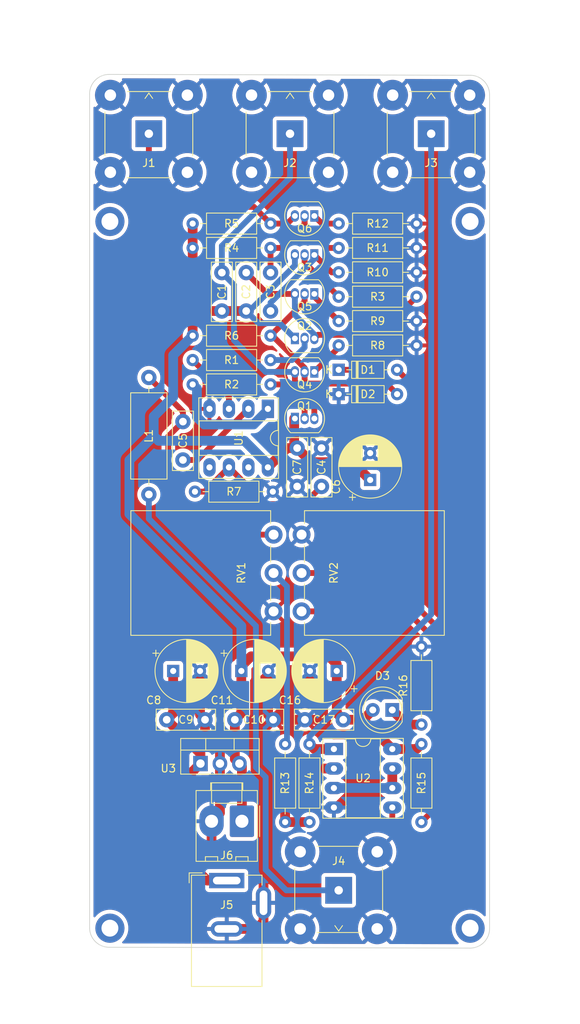
<source format=kicad_pcb>
(kicad_pcb (version 20211014) (generator pcbnew)
  (title_block (title "Enter Title On Page Setting Dialog") (rev "1") (company "Ashton Johnson"))
  (layers (0 "F.Cu" signal) (31 "B.Cu" signal) (35 "F.Paste" user) (37 "F.SilkS" user "F.Silkscreen") (39 "F.Mask" user) (44 "Edge.Cuts" user))
  (net 0 "")
  (net 1 "Y")
  (net 2 "+9V")
  (net 3 "Net-(C2-Pad1)")
  (net 4 "Net-(C3-Pad1)")
  (net 5 "Net-(C3-Pad2)")
  (net 6 "GND")
  (net 7 "Net-(C4-Pad2)")
  (net 8 "Net-(C5-Pad1)")
  (net 9 "COMP_VIDEO_IN")
  (net 10 "Net-(D1-Pad1)")
  (net 11 "Net-(D1-Pad2)")
  (net 12 "X")
  (net 13 "Z")
  (net 14 "Net-(Q1-Pad2)")
  (net 15 "Net-(Q2-Pad2)")
  (net 16 "Net-(Q3-Pad2)")
  (net 17 "Net-(Q4-Pad1)")
  (net 18 "Net-(Q5-Pad1)")
  (net 19 "Net-(Q6-Pad1)")
  (net 20 "Net-(R1-Pad2)")
  (net 21 "Net-(R2-Pad1)")
  (net 22 "Net-(R13-Pad1)")
  (net 23 "Net-(R13-Pad2)")
  (net 24 "Net-(R15-Pad2)")
  (net 25 "Net-(RV2-Pad2)")
  (net 28 "Net-(U2-Pad3)")
  (net 29 "Net-(D3-Pad1)")
  (net 30 "Net-(C5-Pad2)")
  (net 31 "+VDC")
  (footprint "Package_TO_SOT_THT:TO-92_Inline" (layer "F.Cu") (at 127.46 99.365)
    (fp_text reference "Q2" (at 1.27 -1.63) (layer "F.SilkS"))
    (fp_text value "2N3906")
    (pad "1" thru_hole rect (at 0 0) (size 1.05 1.5) (drill 0.75) (layers *.Cu *.Mask) (net 2 "+9V"))
    (pad "2" thru_hole oval (at 1.27 0) (size 1.05 1.5) (drill 0.75) (layers *.Cu *.Mask) (net 15 "Net-(Q2-Pad2)"))
    (pad "3" thru_hole oval (at 2.54 0) (size 1.05 1.5) (drill 0.75) (layers *.Cu *.Mask) (net 3 "Net-(C2-Pad1)"))
  )
  (footprint "Resistor_THT:R_Axial_DIN0207_L6.3mm_D2.5mm_P10.16mm_Horizontal" (layer "F.Cu") (at 114.125 84.4)
    (fp_text reference "R5" (at 5.08 0) (layer "F.SilkS"))
    (fp_text value "2.2k")
    (pad "1" thru_hole circle (at 0 0) (size 1.6 1.6) (drill 0.8) (layers *.Cu *.Mask) (net 2 "+9V"))
    (pad "2" thru_hole oval (at 10.16 0) (size 1.6 1.6) (drill 0.8) (layers *.Cu *.Mask) (net 12 "X"))
  )
  (footprint "Capacitor_THT:CP_Radial_D8.0mm_P3.50mm" (layer "F.Cu") (at 137.2825 117.802651 90)
    (fp_text reference "C6" (at -0.887349 -4.445 90) (layer "F.SilkS"))
    (fp_text value "10u")
    (pad "1" thru_hole rect (at 0 0 90) (size 1.6 1.6) (drill 0.8) (layers *.Cu *.Mask) (net 2 "+9V"))
    (pad "2" thru_hole circle (at 3.5 0 90) (size 1.6 1.6) (drill 0.8) (layers *.Cu *.Mask) (net 6 "GND"))
  )
  (footprint "Diode_THT:D_DO-35_SOD27_P7.62mm_Horizontal" (layer "F.Cu") (at 133.175 103.45)
    (fp_text reference "D1" (at 3.81 0) (layer "F.SilkS"))
    (fp_text value "1N4148")
    (fp_text user "K" (at -1.27 0) (layer "F.SilkS"))
    (pad "1" thru_hole rect (at 0 0) (size 1.6 1.6) (drill 0.8) (layers *.Cu *.Mask) (net 10 "Net-(D1-Pad1)"))
    (pad "2" thru_hole oval (at 7.62 0) (size 1.6 1.6) (drill 0.8) (layers *.Cu *.Mask) (net 11 "Net-(D1-Pad2)"))
  )
  (footprint "Diode_THT:D_DO-35_SOD27_P7.62mm_Horizontal" (layer "F.Cu") (at 133.175 106.625)
    (fp_text reference "D2" (at 3.81 0) (layer "F.SilkS"))
    (fp_text value "1N4148")
    (fp_text user "K" (at -1.27 0) (layer "F.SilkS"))
    (pad "1" thru_hole rect (at 0 0) (size 1.6 1.6) (drill 0.8) (layers *.Cu *.Mask) (net 6 "GND"))
    (pad "2" thru_hole oval (at 7.62 0) (size 1.6 1.6) (drill 0.8) (layers *.Cu *.Mask) (net 10 "Net-(D1-Pad1)"))
  )
  (footprint "Capacitor_THT:C_Disc_D7.5mm_W2.5mm_P5.00mm" (layer "F.Cu") (at 119.627651 149.04)
    (fp_text reference "C10" (at 2.5 0) (layer "F.SilkS"))
    (fp_text value "0.1u")
    (pad "1" thru_hole circle (at 0 0) (size 2 2) (drill 1) (layers *.Cu *.Mask) (net 2 "+9V"))
    (pad "2" thru_hole circle (at 5 0) (size 2 2) (drill 1) (layers *.Cu *.Mask) (net 6 "GND"))
  )
  (footprint "Package_TO_SOT_THT:TO-92_Inline" (layer "F.Cu") (at 130 93.565 180)
    (fp_text reference "Q5" (at 1.27 -1.63) (layer "F.SilkS"))
    (fp_text value "2N3904")
    (pad "1" thru_hole rect (at 0 0 180) (size 1.05 1.5) (drill 0.75) (layers *.Cu *.Mask) (net 18 "Net-(Q5-Pad1)"))
    (pad "2" thru_hole oval (at 1.27 0 180) (size 1.05 1.5) (drill 0.75) (layers *.Cu *.Mask) (net 11 "Net-(D1-Pad2)"))
    (pad "3" thru_hole oval (at 2.54 0 180) (size 1.05 1.5) (drill 0.75) (layers *.Cu *.Mask) (net 3 "Net-(C2-Pad1)"))
  )
  (footprint "Capacitor_THT:CP_Radial_D8.0mm_P3.50mm" (layer "F.Cu") (at 120.475 142.69)
    (fp_text reference "C11" (at -2.54 3.81) (layer "F.SilkS"))
    (fp_text value "10u")
    (pad "1" thru_hole rect (at 0 0) (size 1.6 1.6) (drill 0.8) (layers *.Cu *.Mask) (net 2 "+9V"))
    (pad "2" thru_hole circle (at 3.5 0) (size 1.6 1.6) (drill 0.8) (layers *.Cu *.Mask) (net 6 "GND"))
  )
  (footprint "Package_TO_SOT_THT:TO-92_Inline" (layer "F.Cu") (at 130 83.405 180)
    (fp_text reference "Q6" (at 1.27 -1.63) (layer "F.SilkS"))
    (fp_text value "2N3904")
    (pad "1" thru_hole rect (at 0 0 180) (size 1.05 1.5) (drill 0.75) (layers *.Cu *.Mask) (net 19 "Net-(Q6-Pad1)"))
    (pad "2" thru_hole oval (at 1.27 0 180) (size 1.05 1.5) (drill 0.75) (layers *.Cu *.Mask) (net 5 "Net-(C3-Pad2)"))
    (pad "3" thru_hole oval (at 2.54 0 180) (size 1.05 1.5) (drill 0.75) (layers *.Cu *.Mask) (net 12 "X"))
  )
  (footprint "MountingHole:MountingHole_2.2mm_M2_DIN965_Pad" (layer "F.Cu") (at 150.32 176.2)
    (fp_text reference "REF**" hide)
    (fp_text value "MountingHole_2.2mm_M2_DIN965_Pad")
    (pad "1" thru_hole circle (at 0 0) (size 3.8 3.8) (drill 2.2) (layers *.Cu *.Mask))
  )
  (footprint "Resistor_THT:R_Axial_DIN0207_L6.3mm_D2.5mm_P10.16mm_Horizontal" (layer "F.Cu") (at 124.5825 119.325 180)
    (fp_text reference "R7" (at 5.08 0) (layer "F.SilkS"))
    (fp_text value "680k")
    (pad "1" thru_hole circle (at 0 0 180) (size 1.6 1.6) (drill 0.8) (layers *.Cu *.Mask) (net 6 "GND"))
    (pad "2" thru_hole oval (at 10.16 0 180) (size 1.6 1.6) (drill 0.8) (layers *.Cu *.Mask) (net 7 "Net-(C4-Pad2)"))
  )
  (footprint "Package_DIP:DIP-8_W7.62mm_Socket_LongPads" (layer "F.Cu") (at 123.9375 108.54 -90)
    (fp_text reference "U1" (at 3.81 3.8 90) (layer "F.SilkS"))
    (fp_text value "LM1881")
    (pad "1" thru_hole rect (at 0 0 270) (size 2.4 1.6) (drill 0.8) (layers *.Cu *.Mask) (net 21 "Net-(R2-Pad1)"))
    (pad "2" thru_hole oval (at 0 2.54 270) (size 2.4 1.6) (drill 0.8) (layers *.Cu *.Mask) (net 8 "Net-(C5-Pad1)"))
    (pad "3" thru_hole oval (at 0 5.08 270) (size 2.4 1.6) (drill 0.8) (layers *.Cu *.Mask) (net 20 "Net-(R1-Pad2)"))
    (pad "4" thru_hole oval (at 0 7.62 270) (size 2.4 1.6) (drill 0.8) (layers *.Cu *.Mask) (net 6 "GND"))
    (pad "5" thru_hole oval (at 7.62 7.62 270) (size 2.4 1.6) (drill 0.8) (layers *.Cu *.Mask))
    (pad "6" thru_hole oval (at 7.62 5.08 270) (size 2.4 1.6) (drill 0.8) (layers *.Cu *.Mask) (net 7 "Net-(C4-Pad2)"))
    (pad "7" thru_hole oval (at 7.62 2.54 270) (size 2.4 1.6) (drill 0.8) (layers *.Cu *.Mask))
    (pad "8" thru_hole oval (at 7.62 0 270) (size 2.4 1.6) (drill 0.8) (layers *.Cu *.Mask) (net 2 "+9V"))
  )
  (footprint "Capacitor_THT:C_Disc_D7.5mm_W2.5mm_P5.00mm" (layer "F.Cu") (at 121.11 90.79 -90)
    (fp_text reference "C2" (at 2.5 0 90) (layer "F.SilkS"))
    (fp_text value "22n")
    (pad "1" thru_hole circle (at 0 0 270) (size 2 2) (drill 1) (layers *.Cu *.Mask) (net 3 "Net-(C2-Pad1)"))
    (pad "2" thru_hole circle (at 5 0 270) (size 2 2) (drill 1) (layers *.Cu *.Mask) (net 2 "+9V"))
  )
  (footprint "Capacitor_THT:C_Disc_D7.5mm_W2.5mm_P5.00mm" (layer "F.Cu") (at 112.855 115.2 90)
    (fp_text reference "C5" (at 2.5 0 90) (layer "F.SilkS"))
    (fp_text value "10n")
    (pad "1" thru_hole circle (at 0 0 90) (size 2 2) (drill 1) (layers *.Cu *.Mask) (net 8 "Net-(C5-Pad1)"))
    (pad "2" thru_hole circle (at 5 0 90) (size 2 2) (drill 1) (layers *.Cu *.Mask) (net 30 "Net-(C5-Pad2)"))
  )
  (footprint "Potentiometer_THT:Potentiometer_Piher_PC-16_Single_Vertical" (layer "F.Cu") (at 128.335 134.925)
    (fp_text reference "RV2" (at 4.205 -5 90) (layer "F.SilkS"))
    (fp_text value "10k")
    (pad "1" thru_hole circle (at 0 0) (size 2.34 2.34) (drill 1.3) (layers *.Cu *.Mask) (net 24 "Net-(R15-Pad2)"))
    (pad "2" thru_hole circle (at 0 -5) (size 2.34 2.34) (drill 1.3) (layers *.Cu *.Mask) (net 25 "Net-(RV2-Pad2)"))
    (pad "3" thru_hole circle (at 0 -10) (size 2.34 2.34) (drill 1.3) (layers *.Cu *.Mask) (net 6 "GND"))
  )
  (footprint "Connector_Coaxial:BNC_TEConnectivity_1478035_Horizontal" (layer "F.Cu") (at 108.41 72.695)
    (fp_text reference "J1" (at 0 3.81) (layer "F.SilkS"))
    (fp_text value "Conn_Coaxial_Power")
    (pad "1" thru_hole rect (at 0 0) (size 3.5 3.5) (drill 1.1) (layers *.Cu *.Mask) (net 12 "X"))
    (pad "2" thru_hole circle (at 5.025 5.025) (size 4 4) (drill 1.5) (layers *.Cu *.Mask) (net 6 "GND"))
    (pad "2" thru_hole circle (at 5.025 -5.025) (size 4 4) (drill 1.5) (layers *.Cu *.Mask) (net 6 "GND"))
    (pad "2" thru_hole circle (at -5.025 5.025) (size 4 4) (drill 1.5) (layers *.Cu *.Mask) (net 6 "GND"))
    (pad "2" thru_hole circle (at -5.025 -5.025) (size 4 4) (drill 1.5) (layers *.Cu *.Mask) (net 6 "GND"))
  )
  (footprint "Resistor_THT:R_Axial_DIN0207_L6.3mm_D2.5mm_P10.16mm_Horizontal" (layer "F.Cu") (at 114.125 105.355)
    (fp_text reference "R2" (at 5.08 0) (layer "F.SilkS"))
    (fp_text value "6.8k")
    (pad "1" thru_hole circle (at 0 0) (size 1.6 1.6) (drill 0.8) (layers *.Cu *.Mask) (net 21 "Net-(R2-Pad1)"))
    (pad "2" thru_hole oval (at 10.16 0) (size 1.6 1.6) (drill 0.8) (layers *.Cu *.Mask) (net 14 "Net-(Q1-Pad2)"))
  )
  (footprint "MountingHole:MountingHole_2.2mm_M2_DIN965_Pad" (layer "F.Cu") (at 150.32 84.125)
    (fp_text reference "REF**" hide)
    (fp_text value "MountingHole_2.2mm_M2_DIN965_Pad")
    (pad "1" thru_hole circle (at 0 0) (size 3.8 3.8) (drill 2.2) (layers *.Cu *.Mask))
  )
  (footprint "Resistor_THT:R_Axial_DIN0207_L6.3mm_D2.5mm_P10.16mm_Horizontal" (layer "F.Cu") (at 126.19 152.215 -90)
    (fp_text reference "R13" (at 5.08 0 90) (layer "F.SilkS"))
    (fp_text value "2.2k")
    (pad "1" thru_hole circle (at 0 0 270) (size 1.6 1.6) (drill 0.8) (layers *.Cu *.Mask) (net 22 "Net-(R13-Pad1)"))
    (pad "2" thru_hole oval (at 10.16 0 270) (size 1.6 1.6) (drill 0.8) (layers *.Cu *.Mask) (net 23 "Net-(R13-Pad2)"))
  )
  (footprint "Resistor_THT:R_Axial_DIN0207_L6.3mm_D2.5mm_P10.16mm_Horizontal" (layer "F.Cu") (at 133.175 84.4)
    (fp_text reference "R12" (at 5.08 0) (layer "F.SilkS"))
    (fp_text value "2.2k")
    (pad "1" thru_hole circle (at 0 0) (size 1.6 1.6) (drill 0.8) (layers *.Cu *.Mask) (net 19 "Net-(Q6-Pad1)"))
    (pad "2" thru_hole oval (at 10.16 0) (size 1.6 1.6) (drill 0.8) (layers *.Cu *.Mask) (net 6 "GND"))
  )
  (footprint "Resistor_THT:R_Axial_DIN0207_L6.3mm_D2.5mm_P10.16mm_Horizontal" (layer "F.Cu") (at 133.175 97.1)
    (fp_text reference "R9" (at 5.08 0) (layer "F.SilkS"))
    (fp_text value "680")
    (pad "1" thru_hole circle (at 0 0) (size 1.6 1.6) (drill 0.8) (layers *.Cu *.Mask) (net 18 "Net-(Q5-Pad1)"))
    (pad "2" thru_hole oval (at 10.16 0) (size 1.6 1.6) (drill 0.8) (layers *.Cu *.Mask) (net 6 "GND"))
  )
  (footprint "Capacitor_THT:C_Disc_D7.5mm_W2.5mm_P5.00mm" (layer "F.Cu") (at 124.285 95.79 90)
    (fp_text reference "C3" (at 2.5 0 90) (layer "F.SilkS"))
    (fp_text value "0.1u")
    (pad "1" thru_hole circle (at 0 0 90) (size 2 2) (drill 1) (layers *.Cu *.Mask) (net 4 "Net-(C3-Pad1)"))
    (pad "2" thru_hole circle (at 5 0 90) (size 2 2) (drill 1) (layers *.Cu *.Mask) (net 5 "Net-(C3-Pad2)"))
  )
  (footprint "Potentiometer_THT:Potentiometer_Piher_PC-16_Single_Vertical" (layer "F.Cu") (at 124.68 124.925 180)
    (fp_text reference "RV1" (at 4.205 -5 90) (layer "F.SilkS"))
    (fp_text value "1k")
    (pad "1" thru_hole circle (at 0 0 180) (size 2.34 2.34) (drill 1.3) (layers *.Cu *.Mask) (net 30 "Net-(C5-Pad2)"))
    (pad "2" thru_hole circle (at 0 -5 180) (size 2.34 2.34) (drill 1.3) (layers *.Cu *.Mask) (net 22 "Net-(R13-Pad1)"))
    (pad "3" thru_hole circle (at 0 -10 180) (size 2.34 2.34) (drill 1.3) (layers *.Cu *.Mask) (net 6 "GND"))
  )
  (footprint "MountingHole:MountingHole_2.2mm_M2_DIN965_Pad" (layer "F.Cu") (at 103.33 84.125)
    (fp_text reference "REF**" hide)
    (fp_text value "MountingHole_2.2mm_M2_DIN965_Pad")
    (pad "1" thru_hole circle (at 0 0) (size 3.8 3.8) (drill 2.2) (layers *.Cu *.Mask))
  )
  (footprint "Capacitor_THT:C_Disc_D7.5mm_W2.5mm_P5.00mm" (layer "F.Cu") (at 130.9325 113.65 -90)
    (fp_text reference "C4" (at 2.5 0 90) (layer "F.SilkS"))
    (fp_text value "0.1u")
    (pad "1" thru_hole circle (at 0 0 270) (size 2 2) (drill 1) (layers *.Cu *.Mask) (net 6 "GND"))
    (pad "2" thru_hole circle (at 5 0 270) (size 2 2) (drill 1) (layers *.Cu *.Mask) (net 7 "Net-(C4-Pad2)"))
  )
  (footprint "Resistor_THT:R_Axial_DIN0207_L6.3mm_D2.5mm_P10.16mm_Horizontal" (layer "F.Cu") (at 114.125 99.005)
    (fp_text reference "R6" (at 5.08 0) (layer "F.SilkS"))
    (fp_text value "3.3k")
    (pad "1" thru_hole circle (at 0 0) (size 1.6 1.6) (drill 0.8) (layers *.Cu *.Mask) (net 2 "+9V"))
    (pad "2" thru_hole oval (at 10.16 0) (size 1.6 1.6) (drill 0.8) (layers *.Cu *.Mask) (net 11 "Net-(D1-Pad2)"))
  )
  (footprint "Capacitor_THT:C_Disc_D7.5mm_W2.5mm_P5.00mm" (layer "F.Cu") (at 127.7575 113.65 -90)
    (fp_text reference "C7" (at 2.5 0 90) (layer "F.SilkS"))
    (fp_text value "0.1u")
    (pad "1" thru_hole circle (at 0 0 270) (size 2 2) (drill 1) (layers *.Cu *.Mask) (net 2 "+9V"))
    (pad "2" thru_hole circle (at 5 0 270) (size 2 2) (drill 1) (layers *.Cu *.Mask) (net 6 "GND"))
  )
  (footprint "Connector_Coaxial:BNC_TEConnectivity_1478035_Horizontal" (layer "F.Cu") (at 133.175 171.265 180)
    (fp_text reference "J4" (at 0 3.81) (layer "F.SilkS"))
    (fp_text value "Conn_Coaxial_Power")
    (pad "1" thru_hole rect (at 0 0 180) (size 3.5 3.5) (drill 1.1) (layers *.Cu *.Mask) (net 9 "COMP_VIDEO_IN"))
    (pad "2" thru_hole circle (at 5.025 -5.025 180) (size 4 4) (drill 1.5) (layers *.Cu *.Mask) (net 6 "GND"))
    (pad "2" thru_hole circle (at 5.025 5.025 180) (size 4 4) (drill 1.5) (layers *.Cu *.Mask) (net 6 "GND"))
    (pad "2" thru_hole circle (at -5.025 5.025 180) (size 4 4) (drill 1.5) (layers *.Cu *.Mask) (net 6 "GND"))
    (pad "2" thru_hole circle (at -5.025 -5.025 180) (size 4 4) (drill 1.5) (layers *.Cu *.Mask) (net 6 "GND"))
  )
  (footprint "Package_TO_SOT_THT:TO-92_Inline" (layer "F.Cu") (at 127.46 109.8)
    (fp_text reference "Q1" (at 1.27 -1.63) (layer "F.SilkS"))
    (fp_text value "2N3906")
    (pad "1" thru_hole rect (at 0 0) (size 1.05 1.5) (drill 0.75) (layers *.Cu *.Mask) (net 2 "+9V"))
    (pad "2" thru_hole oval (at 1.27 0) (size 1.05 1.5) (drill 0.75) (layers *.Cu *.Mask) (net 14 "Net-(Q1-Pad2)"))
    (pad "3" thru_hole oval (at 2.54 0) (size 1.05 1.5) (drill 0.75) (layers *.Cu *.Mask) (net 1 "Y"))
  )
  (footprint "Resistor_THT:R_Axial_DIN0207_L6.3mm_D2.5mm_P10.16mm_Horizontal" (layer "F.Cu") (at 133.175 90.75)
    (fp_text reference "R10" (at 5.08 0) (layer "F.SilkS"))
    (fp_text value "3.3k")
    (pad "1" thru_hole circle (at 0 0) (size 1.6 1.6) (drill 0.8) (layers *.Cu *.Mask) (net 4 "Net-(C3-Pad1)"))
    (pad "2" thru_hole oval (at 10.16 0) (size 1.6 1.6) (drill 0.8) (layers *.Cu *.Mask) (net 6 "GND"))
  )
  (footprint "Connector_Coaxial:BNC_TEConnectivity_1478035_Horizontal" (layer "F.Cu") (at 145.24 72.695)
    (fp_text reference "J3" (at 0 3.81) (layer "F.SilkS"))
    (fp_text value "Conn_Coaxial_Power")
    (pad "1" thru_hole rect (at 0 0) (size 3.5 3.5) (drill 1.1) (layers *.Cu *.Mask) (net 13 "Z"))
    (pad "2" thru_hole circle (at 5.025 5.025) (size 4 4) (drill 1.5) (layers *.Cu *.Mask) (net 6 "GND"))
    (pad "2" thru_hole circle (at 5.025 -5.025) (size 4 4) (drill 1.5) (layers *.Cu *.Mask) (net 6 "GND"))
    (pad "2" thru_hole circle (at -5.025 5.025) (size 4 4) (drill 1.5) (layers *.Cu *.Mask) (net 6 "GND"))
    (pad "2" thru_hole circle (at -5.025 -5.025) (size 4 4) (drill 1.5) (layers *.Cu *.Mask) (net 6 "GND"))
  )
  (footprint "MountingHole:MountingHole_2.2mm_M2_DIN965_Pad" (layer "F.Cu") (at 103.33 176.2)
    (fp_text reference "REF**" hide)
    (fp_text value "MountingHole_2.2mm_M2_DIN965_Pad")
    (pad "1" thru_hole circle (at 0 0) (size 3.8 3.8) (drill 2.2) (layers *.Cu *.Mask))
  )
  (footprint "Connector_Coaxial:BNC_TEConnectivity_1478035_Horizontal" (layer "F.Cu") (at 126.825 72.695)
    (fp_text reference "J2" (at 0 3.81) (layer "F.SilkS"))
    (fp_text value "Conn_Coaxial_Power")
    (pad "1" thru_hole rect (at 0 0) (size 3.5 3.5) (drill 1.1) (layers *.Cu *.Mask) (net 1 "Y"))
    (pad "2" thru_hole circle (at -5.025 5.025) (size 4 4) (drill 1.5) (layers *.Cu *.Mask) (net 6 "GND"))
    (pad "2" thru_hole circle (at 5.025 5.025) (size 4 4) (drill 1.5) (layers *.Cu *.Mask) (net 6 "GND"))
    (pad "2" thru_hole circle (at -5.025 -5.025) (size 4 4) (drill 1.5) (layers *.Cu *.Mask) (net 6 "GND"))
    (pad "2" thru_hole circle (at 5.025 -5.025) (size 4 4) (drill 1.5) (layers *.Cu *.Mask) (net 6 "GND"))
  )
  (footprint "Resistor_THT:R_Axial_DIN0207_L6.3mm_D2.5mm_P10.16mm_Horizontal" (layer "F.Cu") (at 133.175 87.575)
    (fp_text reference "R11" (at 5.08 0) (layer "F.SilkS"))
    (fp_text value "3.3k")
    (pad "1" thru_hole circle (at 0 0) (size 1.6 1.6) (drill 0.8) (layers *.Cu *.Mask) (net 5 "Net-(C3-Pad2)"))
    (pad "2" thru_hole oval (at 10.16 0) (size 1.6 1.6) (drill 0.8) (layers *.Cu *.Mask) (net 6 "GND"))
  )
  (footprint "Capacitor_THT:C_Disc_D7.5mm_W2.5mm_P5.00mm" (layer "F.Cu") (at 117.935 90.79 -90)
    (fp_text reference "C1" (at 2.5 0 90) (layer "F.SilkS"))
    (fp_text value "100n")
    (pad "1" thru_hole circle (at 0 0 270) (size 2 2) (drill 1) (layers *.Cu *.Mask) (net 1 "Y"))
    (pad "2" thru_hole circle (at 5 0 270) (size 2 2) (drill 1) (layers *.Cu *.Mask) (net 2 "+9V"))
  )
  (footprint "Connector_BarrelJack:BarrelJack_GCT_DCJ200-10-A_Horizontal" (layer "F.Cu") (at 118.57 169.995)
    (fp_text reference "J5" (at 0 3.175) (layer "F.SilkS"))
    (fp_text value "Barrel_Jack_Switch")
    (pad "1" thru_hole rect (at 0 0) (size 4.6 2) (drill oval 3.6 1) (layers *.Cu *.Mask) (net 31 "+VDC"))
    (pad "2" thru_hole oval (at 0 6.3) (size 4.2 2) (drill oval 3.2 1) (layers *.Cu *.Mask) (net 6 "GND"))
    (pad "3" thru_hole oval (at 4.8 2.9) (size 2 4.2) (drill oval 1 3.2) (layers *.Cu *.Mask) (net 6 "GND"))
  )
  (footprint "Capacitor_THT:C_Disc_D7.5mm_W2.5mm_P5.00mm" (layer "F.Cu") (at 110.737651 149.04)
    (fp_text reference "C9" (at 2.5 0) (layer "F.SilkS"))
    (fp_text value "0.33u")
    (pad "1" thru_hole circle (at 0 0) (size 2 2) (drill 1) (layers *.Cu *.Mask) (net 31 "+VDC"))
    (pad "2" thru_hole circle (at 5 0) (size 2 2) (drill 1) (layers *.Cu *.Mask) (net 6 "GND"))
  )
  (footprint "Resistor_THT:R_Axial_DIN0207_L6.3mm_D2.5mm_P10.16mm_Horizontal" (layer "F.Cu") (at 143.97 149.675 90)
    (fp_text reference "R16" (at 5.08 -2.37 90) (layer "F.SilkS"))
    (fp_text value "2.4k")
    (pad "1" thru_hole circle (at 0 0 90) (size 1.6 1.6) (drill 0.8) (layers *.Cu *.Mask) (net 29 "Net-(D3-Pad1)"))
    (pad "2" thru_hole oval (at 10.16 0 90) (size 1.6 1.6) (drill 0.8) (layers *.Cu *.Mask) (net 6 "GND"))
  )
  (footprint "Package_TO_SOT_THT:TO-92_Inline" (layer "F.Cu") (at 130 103.725 180)
    (fp_text reference "Q4" (at 1.27 -1.63) (layer "F.SilkS"))
    (fp_text value "2N3904")
    (pad "1" thru_hole rect (at 0 0 180) (size 1.05 1.5) (drill 0.75) (layers *.Cu *.Mask) (net 17 "Net-(Q4-Pad1)"))
    (pad "2" thru_hole oval (at 1.27 0 180) (size 1.05 1.5) (drill 0.75) (layers *.Cu *.Mask) (net 11 "Net-(D1-Pad2)"))
    (pad "3" thru_hole oval (at 2.54 0 180) (size 1.05 1.5) (drill 0.75) (layers *.Cu *.Mask) (net 1 "Y"))
  )
  (footprint "Package_TO_SOT_THT:TO-92_Inline" (layer "F.Cu") (at 130 88.485 180)
    (fp_text reference "Q3" (at 1.27 -1.63) (layer "F.SilkS"))
    (fp_text value "2N3904")
    (pad "1" thru_hole rect (at 0 0 180) (size 1.05 1.5) (drill 0.75) (layers *.Cu *.Mask) (net 4 "Net-(C3-Pad1)"))
    (pad "2" thru_hole oval (at 1.27 0 180) (size 1.05 1.5) (drill 0.75) (layers *.Cu *.Mask) (net 16 "Net-(Q3-Pad2)"))
    (pad "3" thru_hole oval (at 2.54 0 180) (size 1.05 1.5) (drill 0.75) (layers *.Cu *.Mask) (net 2 "+9V"))
  )
  (footprint "Resistor_THT:R_Axial_DIN0207_L6.3mm_D2.5mm_P10.16mm_Horizontal" (layer "F.Cu") (at 143.97 152.215 -90)
    (fp_text reference "R15" (at 5.08 0 90) (layer "F.SilkS"))
    (fp_text value "68k")
    (pad "1" thru_hole circle (at 0 0 270) (size 1.6 1.6) (drill 0.8) (layers *.Cu *.Mask) (net 2 "+9V"))
    (pad "2" thru_hole oval (at 10.16 0 270) (size 1.6 1.6) (drill 0.8) (layers *.Cu *.Mask) (net 24 "Net-(R15-Pad2)"))
  )
  (footprint "Resistor_THT:R_Axial_DIN0207_L6.3mm_D2.5mm_P10.16mm_Horizontal" (layer "F.Cu") (at 133.175 100.275)
    (fp_text reference "R8" (at 5.08 0) (layer "F.SilkS"))
    (fp_text value "68k")
    (pad "1" thru_hole circle (at 0 0) (size 1.6 1.6) (drill 0.8) (layers *.Cu *.Mask) (net 17 "Net-(Q4-Pad1)"))
    (pad "2" thru_hole oval (at 10.16 0) (size 1.6 1.6) (drill 0.8) (layers *.Cu *.Mask) (net 6 "GND"))
  )
  (footprint "Capacitor_THT:CP_Radial_D8.0mm_P3.50mm" (layer "F.Cu") (at 111.585 142.69)
    (fp_text reference "C8" (at -2.54 3.81) (layer "F.SilkS"))
    (fp_text value "10u")
    (pad "1" thru_hole rect (at 0 0) (size 1.6 1.6) (drill 0.8) (layers *.Cu *.Mask) (net 31 "+VDC"))
    (pad "2" thru_hole circle (at 3.5 0) (size 1.6 1.6) (drill 0.8) (layers *.Cu *.Mask) (net 6 "GND"))
  )
  (footprint "Capacitor_THT:C_Disc_D7.5mm_W2.5mm_P5.00mm" (layer "F.Cu") (at 133.77 149.04 180)
    (fp_text reference "C17" (at 2.5 0) (layer "F.SilkS"))
    (fp_text value "0.1u")
    (pad "1" thru_hole circle (at 0 0 180) (size 2 2) (drill 1) (layers *.Cu *.Mask) (net 2 "+9V"))
    (pad "2" thru_hole circle (at 5 0 180) (size 2 2) (drill 1) (layers *.Cu *.Mask) (net 6 "GND"))
  )
  (footprint "Inductor_THT:L_Axial_L11.0mm_D4.5mm_P15.24mm_Horizontal_Fastron_MECC" (layer "F.Cu") (at 108.41 119.69 90)
    (fp_text reference "L1" (at 7.62 0 90) (layer "F.SilkS"))
    (fp_text value "22u")
    (pad "1" thru_hole circle (at 0 0 90) (size 2 2) (drill 1) (layers *.Cu *.Mask) (net 9 "COMP_VIDEO_IN"))
    (pad "2" thru_hole oval (at 15.24 0 90) (size 2 2) (drill 1) (layers *.Cu *.Mask) (net 30 "Net-(C5-Pad2)"))
  )
  (footprint "Resistor_THT:R_Axial_DIN0207_L6.3mm_D2.5mm_P10.16mm_Horizontal" (layer "F.Cu") (at 129.365 162.375 90)
    (fp_text reference "R14" (at 5.08 0 90) (layer "F.SilkS"))
    (fp_text value "4.7k")
    (pad "1" thru_hole circle (at 0 0 90) (size 1.6 1.6) (drill 0.8) (layers *.Cu *.Mask) (net 23 "Net-(R13-Pad2)"))
    (pad "2" thru_hole oval (at 10.16 0 90) (size 1.6 1.6) (drill 0.8) (layers *.Cu *.Mask) (net 13 "Z"))
  )
  (footprint "Capacitor_THT:CP_Radial_D8.0mm_P3.50mm" (layer "F.Cu") (at 132.922651 142.69 180)
    (fp_text reference "C16" (at 6.097651 -3.81) (layer "F.SilkS"))
    (fp_text value "10u")
    (pad "1" thru_hole rect (at 0 0 180) (size 1.6 1.6) (drill 0.8) (layers *.Cu *.Mask) (net 2 "+9V"))
    (pad "2" thru_hole circle (at 3.5 0 180) (size 1.6 1.6) (drill 0.8) (layers *.Cu *.Mask) (net 6 "GND"))
  )
  (footprint "Connector_Molex:Molex_KK-396_A-41791-0002_1x02_P3.96mm_Vertical" (layer "F.Cu") (at 120.55 162.27 180)
    (fp_text reference "J6" (at 1.98 -4.445) (layer "F.SilkS"))
    (fp_text value "Molex 3.96mm")
    (pad "1" thru_hole roundrect (at 0 0 180) (size 3.16 4.1) (drill 1.7) (layers *.Cu *.Mask) (roundrect_rratio 0.079114) (net 2 "+9V"))
    (pad "2" thru_hole oval (at 3.96 0 180) (size 3.16 4.1) (drill 1.7) (layers *.Cu *.Mask) (net 6 "GND"))
  )
  (footprint "Package_TO_SOT_THT:TO-220-3_Vertical" (layer "F.Cu") (at 115.142651 154.755)
    (fp_text reference "U3" (at -4.192651 0.635) (layer "F.SilkS"))
    (fp_text value "LM7809_TO220")
    (pad "1" thru_hole rect (at 0 0) (size 1.905 2) (drill 1.1) (layers *.Cu *.Mask) (net 31 "+VDC"))
    (pad "2" thru_hole oval (at 2.54 0) (size 1.905 2) (drill 1.1) (layers *.Cu *.Mask) (net 6 "GND"))
    (pad "3" thru_hole oval (at 5.08 0) (size 1.905 2) (drill 1.1) (layers *.Cu *.Mask) (net 2 "+9V"))
  )
  (footprint "Package_DIP:DIP-8_W7.62mm_Socket_LongPads" (layer "F.Cu") (at 132.55 152.86)
    (fp_text reference "U2" (at 3.81 3.8) (layer "F.SilkS"))
    (fp_text value "AD8032")
    (pad "1" thru_hole rect (at 0 0) (size 2.4 1.6) (drill 0.8) (layers *.Cu *.Mask) (net 13 "Z"))
    (pad "2" thru_hole oval (at 0 2.54) (size 2.4 1.6) (drill 0.8) (layers *.Cu *.Mask) (net 23 "Net-(R13-Pad2)"))
    (pad "3" thru_hole oval (at 0 5.08) (size 2.4 1.6) (drill 0.8) (layers *.Cu *.Mask) (net 28 "Net-(U2-Pad3)"))
    (pad "4" thru_hole oval (at 0 7.62) (size 2.4 1.6) (drill 0.8) (layers *.Cu *.Mask) (net 6 "GND"))
    (pad "5" thru_hole oval (at 7.62 7.62) (size 2.4 1.6) (drill 0.8) (layers *.Cu *.Mask) (net 25 "Net-(RV2-Pad2)"))
    (pad "6" thru_hole oval (at 7.62 5.08) (size 2.4 1.6) (drill 0.8) (layers *.Cu *.Mask) (net 28 "Net-(U2-Pad3)"))
    (pad "7" thru_hole oval (at 7.62 2.54) (size 2.4 1.6) (drill 0.8) (layers *.Cu *.Mask) (net 28 "Net-(U2-Pad3)"))
    (pad "8" thru_hole oval (at 7.62 0) (size 2.4 1.6) (drill 0.8) (layers *.Cu *.Mask) (net 2 "+9V"))
  )
  (footprint "Resistor_THT:R_Axial_DIN0207_L6.3mm_D2.5mm_P10.16mm_Horizontal" (layer "F.Cu") (at 124.285 102.18 180)
    (fp_text reference "R1" (at 5.08 0) (layer "F.SilkS"))
    (fp_text value "6.8k")
    (pad "1" thru_hole circle (at 0 0 180) (size 1.6 1.6) (drill 0.8) (layers *.Cu *.Mask) (net 15 "Net-(Q2-Pad2)"))
    (pad "2" thru_hole oval (at 10.16 0 180) (size 1.6 1.6) (drill 0.8) (layers *.Cu *.Mask) (net 20 "Net-(R1-Pad2)"))
  )
  (footprint "Resistor_THT:R_Axial_DIN0207_L6.3mm_D2.5mm_P10.16mm_Horizontal" (layer "F.Cu") (at 114.125 87.575)
    (fp_text reference "R4" (at 5.08 0) (layer "F.SilkS"))
    (fp_text value "5.6k")
    (pad "1" thru_hole circle (at 0 0) (size 1.6 1.6) (drill 0.8) (layers *.Cu *.Mask) (net 2 "+9V"))
    (pad "2" thru_hole oval (at 10.16 0) (size 1.6 1.6) (drill 0.8) (layers *.Cu *.Mask) (net 5 "Net-(C3-Pad2)"))
  )
  (footprint "LED_THT:LED_D5.0mm" (layer "F.Cu") (at 140.165 147.77 180)
    (fp_text reference "D3" (at 1.275 4.445) (layer "F.SilkS"))
    (fp_text value "Indicator")
    (pad "1" thru_hole rect (at 0 0 180) (size 1.8 1.8) (drill 0.9) (layers *.Cu *.Mask) (net 29 "Net-(D3-Pad1)"))
    (pad "2" thru_hole circle (at 2.54 0 180) (size 1.8 1.8) (drill 0.9) (layers *.Cu *.Mask) (net 2 "+9V"))
  )
  (footprint "Resistor_THT:R_Axial_DIN0207_L6.3mm_D2.5mm_P10.16mm_Horizontal" (layer "F.Cu") (at 133.175 93.925)
    (fp_text reference "R3" (at 5.08 0) (layer "F.SilkS"))
    (fp_text value "180")
    (pad "1" thru_hole circle (at 0 0) (size 1.6 1.6) (drill 0.8) (layers *.Cu *.Mask) (net 16 "Net-(Q3-Pad2)"))
    (pad "2" thru_hole oval (at 10.16 0) (size 1.6 1.6) (drill 0.8) (layers *.Cu *.Mask) (net 3 "Net-(C2-Pad1)"))
  )
  (gr_arc (start 150.32 65.075) (mid 152.116051 65.818949) (end 152.86 67.615) (layer "Edge.Cuts") (width 0.1))
  (gr_line (start 152.859999 176.254474) (end 152.86 67.615) (layer "Edge.Cuts") (width 0.1))
  (gr_arc (start 100.681051 67.506051) (mid 101.425 65.71) (end 103.221051 64.966051) (layer "Edge.Cuts") (width 0.1))
  (gr_line (start 150.319999 178.794474) (end 103.22105 178.685525) (layer "Edge.Cuts") (width 0.1))
  (gr_arc (start 152.859999 176.254474) (mid 152.11605 178.050525) (end 150.319999 178.794474) (layer "Edge.Cuts") (width 0.1))
  (gr_arc (start 103.22105 178.685525) (mid 101.424974 177.941587) (end 100.68105 176.145525) (layer "Edge.Cuts") (width 0.1))
  (gr_line (start 103.221051 64.966051) (end 150.32 65.075) (layer "Edge.Cuts") (width 0.1))
  (gr_line (start 100.681051 67.506051) (end 100.68105 176.145525) (layer "Edge.Cuts") (width 0.1))
  (segment (start 130 109.8) (end 130 107.520816) (width 0.762) (layer "F.Cu") (net 1))
  (segment (start 130 107.520816) (end 127.46 104.980816) (width 0.762) (layer "F.Cu") (net 1))
  (segment (start 127.46 104.980816) (end 127.46 103.725) (width 0.762) (layer "F.Cu") (net 1))
  (segment (start 123.634819 103.725) (end 119.515511 99.605692) (width 0.762) (layer "B.Cu") (net 1))
  (segment (start 119.515511 92.370511) (end 117.935 90.79) (width 0.762) (layer "B.Cu") (net 1))
  (segment (start 119.515511 99.605692) (end 119.515511 92.370511) (width 0.762) (layer "B.Cu") (net 1))
  (segment (start 126.825 72.695) (end 126.825 78.41) (width 0.762) (layer "B.Cu") (net 1))
  (segment (start 127.46 103.725) (end 123.634819 103.725) (width 0.762) (layer "B.Cu") (net 1))
  (segment (start 117.935 87.3) (end 117.935 90.79) (width 0.762) (layer "B.Cu") (net 1))
  (segment (start 126.825 78.41) (end 117.935 87.3) (width 0.762) (layer "B.Cu") (net 1))
  (segment (start 114.36 95.79) (end 114.125 95.555) (width 1.27) (layer "F.Cu") (net 2))
  (segment (start 127.37048 113.26298) (end 127.37048 109.8) (width 1.27) (layer "F.Cu") (net 2))
  (segment (start 136.35 149.04) (end 136.355 149.04) (width 1.27) (layer "F.Cu") (net 2))
  (segment (start 120.475 142.69) (end 120.475 148.192651) (width 1.27) (layer "F.Cu") (net 2))
  (segment (start 140.17 152.86) (end 143.325 152.86) (width 1.27) (layer "F.Cu") (net 2))
  (segment (start 120.475 148.192651) (end 119.627651 149.04) (width 1.27) (layer "F.Cu") (net 2))
  (segment (start 132.922651 141.802651) (end 132.922651 142.69) (width 1.27) (layer "F.Cu") (net 2))
  (segment (start 114.125 95.555) (end 114.125 99.005) (width 1.27) (layer "F.Cu") (net 2))
  (segment (start 121.745 140.785) (end 131.905 140.785) (width 1.27) (layer "F.Cu") (net 2))
  (segment (start 120.55 162.27) (end 120.55 155.082349) (width 1.27) (layer "F.Cu") (net 2))
  (segment (start 126.4475 113.65) (end 123.9375 116.16) (width 1.27) (layer "F.Cu") (net 2))
  (segment (start 129.592011 115.484511) (end 134.96436 115.484511) (width 1.27) (layer "F.Cu") (net 2))
  (segment (start 143.325 152.86) (end 143.97 152.215) (width 1.27) (layer "F.Cu") (net 2))
  (segment (start 120.475 142.055) (end 121.745 140.785) (width 1.27) (layer "F.Cu") (net 2))
  (segment (start 133.77 149.04) (end 136.35 149.04) (width 1.27) (layer "F.Cu") (net 2))
  (segment (start 127.7575 113.65) (end 126.4475 113.65) (width 1.27) (layer "F.Cu") (net 2))
  (segment (start 136.35 149.04) (end 140.17 152.86) (width 1.27) (layer "F.Cu") (net 2))
  (segment (start 127.7575 113.65) (end 127.37048 113.26298) (width 1.27) (layer "F.Cu") (net 2))
  (segment (start 119.627651 149.04) (end 119.627651 154.16) (width 1.27) (layer "F.Cu") (net 2))
  (segment (start 127.7575 113.65) (end 129.592011 115.484511) (width 1.27) (layer "F.Cu") (net 2))
  (segment (start 131.905 140.785) (end 132.922651 141.802651) (width 1.27) (layer "F.Cu") (net 2))
  (segment (start 117.935 95.79) (end 114.36 95.79) (width 1.27) (layer "F.Cu") (net 2))
  (segment (start 132.922651 148.192651) (end 133.77 149.04) (width 1.27) (layer "F.Cu") (net 2))
  (segment (start 136.355 149.04) (end 137.625 147.77) (width 1.27) (layer "F.Cu") (net 2))
  (segment (start 134.96436 115.484511) (end 137.2825 117.802651) (width 1.27) (layer "F.Cu") (net 2))
  (segment (start 120.55 155.082349) (end 120.222651 154.755) (width 1.27) (layer "F.Cu") (net 2))
  (segment (start 132.922651 142.69) (end 132.922651 148.192651) (width 1.27) (layer "F.Cu") (net 2))
  (segment (start 119.627651 154.16) (end 120.222651 154.755) (width 1.27) (layer "F.Cu") (net 2))
  (segment (start 120.475 142.69) (end 120.475 142.055) (width 1.27) (layer "F.Cu") (net 2))
  (segment (start 114.125 84.4) (end 114.125 87.575) (width 1.27) (layer "F.Cu") (net 2))
  (segment (start 114.125 87.575) (end 114.125 95.555) (width 1.27) (layer "F.Cu") (net 2))
  (segment (start 121.11 95.79) (end 117.935 95.79) (width 1.27) (layer "F.Cu") (net 2))
  (segment (start 127.46 89.850181) (end 121.520181 95.79) (width 0.762) (layer "B.Cu") (net 2))
  (segment (start 120.475 142.69) (end 120.475 136.83) (width 1.27) (layer "B.Cu") (net 2))
  (segment (start 120.8775 112.7) (end 123.9375 115.76) (width 1.27) (layer "B.Cu") (net 2))
  (segment (start 111.585 106.985) (end 109.045 109.525) (width 1.27) (layer "B.Cu") (net 2))
  (segment (start 127.46 88.485) (end 127.46 89.850181) (width 0.762) (layer "B.Cu") (net 2))
  (segment (start 111.585 101.545) (end 111.585 106.985) (width 1.27) (layer "B.Cu") (net 2))
  (segment (start 105.87 115.24) (end 109.045 112.065) (width 1.27) (layer "B.Cu") (net 2))
  (segment (start 114.125 99.005) (end 111.585 101.545) (width 1.27) (layer "B.Cu") (net 2))
  (segment (start 122.690511 97.370511) (end 121.11 95.79) (width 0.762) (layer "B.Cu") (net 2))
  (segment (start 125.465511 97.370511) (end 122.690511 97.370511) (width 0.762) (layer "B.Cu") (net 2))
  (segment (start 109.68 112.7) (end 120.8775 112.7) (width 1.27) (layer "B.Cu") (net 2))
  (segment (start 109.045 112.065) (end 109.68 112.7) (width 1.27) (layer "B.Cu") (net 2))
  (segment (start 121.520181 95.79) (end 121.11 95.79) (width 0.762) (layer "B.Cu") (net 2))
  (segment (start 109.045 109.525) (end 109.045 112.065) (width 1.27) (layer "B.Cu") (net 2))
  (segment (start 127.46 99.365) (end 125.465511 97.370511) (width 0.762) (layer "B.Cu") (net 2))
  (segment (start 105.87 122.225) (end 105.87 115.24) (width 1.27) (layer "B.Cu") (net 2))
  (segment (start 123.9375 115.76) (end 123.9375 116.16) (width 1.27) (layer "B.Cu") (net 2))
  (segment (start 120.475 136.83) (end 105.87 122.225) (width 1.27) (layer "B.Cu") (net 2))
  (segment (start 130 99.365) (end 130.470511 98.894489) (width 0.762) (layer "F.Cu") (net 3))
  (segment (start 123.885 93.565) (end 121.11 90.79) (width 0.762) (layer "F.Cu") (net 3))
  (segment (start 138.365511 98.894489) (end 143.335 93.925) (width 0.762) (layer "F.Cu") (net 3))
  (segment (start 130.470511 98.894489) (end 138.365511 98.894489) (width 0.762) (layer "F.Cu") (net 3))
  (segment (start 127.46 93.565) (end 123.885 93.565) (width 0.762) (layer "F.Cu") (net 3))
  (segment (start 127.46 93.565) (end 127.46 96.306559) (width 0.762) (layer "B.Cu") (net 3))
  (segment (start 127.46 96.306559) (end 130 98.846559) (width 0.762) (layer "B.Cu") (net 3))
  (segment (start 130 98.846559) (end 130 99.365) (width 0.762) (layer "B.Cu") (net 3))
  (segment (start 133.175 90.75) (end 132.265 90.75) (width 0.762) (layer "F.Cu") (net 4))
  (segment (start 132.265 90.75) (end 130 88.485) (width 0.762) (layer "F.Cu") (net 4))
  (segment (start 124.285 94.718441) (end 124.285 95.79) (width 0.762) (layer "B.Cu") (net 4))
  (segment (start 130 88.485) (end 130 89.003441) (width 0.762) (layer "B.Cu") (net 4))
  (segment (start 130 89.003441) (end 124.285 94.718441) (width 0.762) (layer "B.Cu") (net 4))
  (segment (start 128.73 84.571022) (end 131.733978 87.575) (width 0.762) (layer "F.Cu") (net 5))
  (segment (start 124.285 87.575) (end 124.285 90.79) (width 0.762) (layer "F.Cu") (net 5))
  (segment (start 125.622 87.575) (end 124.285 87.575) (width 0.762) (layer "F.Cu") (net 5))
  (segment (start 131.733978 87.575) (end 133.175 87.575) (width 0.762) (layer "F.Cu") (net 5))
  (segment (start 128.73 84.467) (end 125.622 87.575) (width 0.762) (layer "F.Cu") (net 5))
  (segment (start 128.73 83.405) (end 128.73 84.571022) (width 0.762) (layer "F.Cu") (net 5))
  (segment (start 128.73 83.405) (end 128.73 84.467) (width 0.762) (layer "F.Cu") (net 5))
  (segment (start 123.975 142.69) (end 123.975 148.387349) (width 1.27) (layer "F.Cu") (net 6))
  (segment (start 123.37 175.355) (end 123.37 172.895) (width 1.27) (layer "F.Cu") (net 6))
  (segment (start 122.43 176.295) (end 123.37 175.355) (width 1.27) (layer "F.Cu") (net 6))
  (segment (start 132.95 160.48) (end 132.55 160.48) (width 1.27) (layer "F.Cu") (net 6))
  (segment (start 134.445 150.945) (end 135.08 151.58) (width 1.27) (layer "F.Cu") (net 6))
  (segment (start 135.08 158.35) (end 132.95 160.48) (width 1.27) (layer "F.Cu") (net 6))
  (segment (start 129.365 144.595) (end 129.422651 144.537349) (width 1.27) (layer "F.Cu") (net 6))
  (segment (start 117.682651 152.597651) (end 115.737651 150.652651) (width 1.27) (layer "F.Cu") (net 6))
  (segment (start 117.682651 161.177349) (end 117.682651 154.755) (width 1.27) (layer "F.Cu") (net 6))
  (segment (start 116.59 162.27) (end 117.682651 161.177349) (width 1.27) (layer "F.Cu") (net 6))
  (segment (start 116.59 162.27) (end 116.59 165.475) (width 1.27) (layer "F.Cu") (net 6))
  (segment (start 116.59 165.475) (end 117.545 166.43) (width 1.27) (layer "F.Cu") (net 6))
  (segment (start 118.57 176.295) (end 122.43 176.295) (width 1.27) (layer "F.Cu") (net 6))
  (segment (start 132.54 150.945) (end 134.445 150.945) (width 1.27) (layer "F.Cu") (net 6))
  (segment (start 129.072651 144.595) (end 129.365 144.595) (width 1.27) (layer "F.Cu") (net 6))
  (segment (start 123.37 166.32) (end 123.37 150.297651) (width 1.27) (layer "F.Cu") (net 6))
  (segment (start 123.37 167.59) (end 123.37 166.32) (width 1.27) (layer "F.Cu") (net 6))
  (segment (start 124.627651 149.04) (end 129.072651 144.595) (width 1.27) (layer "F.Cu") (net 6))
  (segment (start 129.422651 144.537349) (end 129.422651 142.69) (width 1.27) (layer "F.Cu") (net 6))
  (segment (start 123.37 150.297651) (end 124.627651 149.04) (width 1.27) (layer "F.Cu") (net 6))
  (segment (start 130.635 149.04) (end 132.54 150.945) (width 1.27) (layer "F.Cu") (net 6))
  (segment (start 123.975 148.387349) (end 124.627651 149.04) (width 1.27) (layer "F.Cu") (net 6))
  (segment (start 115.085 148.387349) (end 115.737651 149.04) (width 1.27) (layer "F.Cu") (net 6))
  (segment (start 115.737651 150.652651) (end 115.737651 149.04) (width 1.27) (layer "F.Cu") (net 6))
  (segment (start 123.37 172.895) (end 123.37 167.59) (width 1.27) (layer "F.Cu") (net 6))
  (segment (start 124.627651 149.04) (end 128.77 149.04) (width 1.27) (layer "F.Cu") (net 6))
  (segment (start 117.682651 154.755) (end 117.682651 152.597651) (width 1.27) (layer "F.Cu") (net 6))
  (segment (start 128.77 149.04) (end 130.635 149.04) (width 1.27) (layer "F.Cu") (net 6))
  (segment (start 135.08 151.58) (end 135.08 158.35) (width 1.27) (layer "F.Cu") (net 6))
  (segment (start 117.545 166.43) (end 123.26 166.43) (width 1.27) (layer "F.Cu") (net 6))
  (segment (start 115.085 142.69) (end 115.085 148.387349) (width 1.27) (layer "F.Cu") (net 6))
  (segment (start 123.26 166.43) (end 123.37 166.32) (width 1.27) (layer "F.Cu") (net 6))
  (segment (start 118.8575 116.1625) (end 123.65 120.955) (width 0.762) (layer "F.Cu") (net 7))
  (segment (start 115.6925 119.325) (end 118.8575 116.16) (width 0.762) (layer "F.Cu") (net 7))
  (segment (start 118.8575 116.16) (end 118.8575 116.1625) (width 0.762) (layer "F.Cu") (net 7))
  (segment (start 123.65 120.955) (end 128.6275 120.955) (width 0.762) (layer "F.Cu") (net 7))
  (segment (start 114.4225 119.325) (end 115.6925 119.325) (width 0.762) (layer "F.Cu") (net 7))
  (segment (start 128.6275 120.955) (end 130.9325 118.65) (width 0.762) (layer "F.Cu") (net 7))
  (segment (start 112.855 115.2) (end 114.7375 115.2) (width 0.762) (layer "F.Cu") (net 8))
  (segment (start 114.7375 115.2) (end 121.3975 108.54) (width 0.762) (layer "F.Cu") (net 8))
  (segment (start 126.335 171.265) (end 133.175 171.265) (width 0.762) (layer "B.Cu") (net 9))
  (segment (start 123.65 156.515) (end 123.65 168.58) (width 0.762) (layer "B.Cu") (net 9))
  (segment (start 122.38 136.83) (end 122.38 155.245) (width 0.762) (layer "B.Cu") (net 9))
  (segment (start 123.65 168.58) (end 126.335 171.265) (width 0.762) (layer "B.Cu") (net 9))
  (segment (start 108.41 122.86) (end 122.38 136.83) (width 0.762) (layer "B.Cu") (net 9))
  (segment (start 122.38 155.245) (end 123.65 156.515) (width 0.762) (layer "B.Cu") (net 9))
  (segment (start 108.41 119.69) (end 108.41 122.86) (width 0.762) (layer "B.Cu") (net 9))
  (segment (start 133.175 103.45) (end 137.62 103.45) (width 0.762) (layer "F.Cu") (net 10))
  (segment (start 137.62 103.45) (end 140.795 106.625) (width 0.762) (layer "F.Cu") (net 10))
  (segment (start 142.7 105.355) (end 142.7 107.895) (width 0.762) (layer "F.Cu") (net 11))
  (segment (start 140.795 103.45) (end 142.7 105.355) (width 0.762) (layer "F.Cu") (net 11))
  (segment (start 136.239489 105.244489) (end 129.083467 105.244489) (width 0.762) (layer "F.Cu") (net 11))
  (segment (start 129.083467 105.244489) (end 128.73 104.891022) (width 0.762) (layer "F.Cu") (net 11))
  (segment (start 142.065 108.53) (end 139.525 108.53) (width 0.762) (layer "F.Cu") (net 11))
  (segment (start 128.73 103.206559) (end 128.73 103.725) (width 0.762) (layer "F.Cu") (net 11))
  (segment (start 128.73 94.56) (end 128.73 93.565) (width 0.762) (layer "F.Cu") (net 11))
  (segment (start 124.285 99.005) (end 128.73 94.56) (width 0.762) (layer "F.Cu") (net 11))
  (segment (start 124.528441 99.005) (end 128.73 103.206559) (width 0.762) (layer "F.Cu") (net 11))
  (segment (start 142.7 107.895) (end 142.065 108.53) (width 0.762) (layer "F.Cu") (net 11))
  (segment (start 128.73 104.891022) (end 128.73 103.725) (width 0.762) (layer "F.Cu") (net 11))
  (segment (start 124.285 99.005) (end 124.528441 99.005) (width 0.762) (layer "F.Cu") (net 11))
  (segment (start 139.525 108.53) (end 136.239489 105.244489) (width 0.762) (layer "F.Cu") (net 11))
  (segment (start 108.41 72.695) (end 108.41 79.045) (width 0.762) (layer "F.Cu") (net 12))
  (segment (start 108.41 79.045) (end 111.585 82.22) (width 0.762) (layer "F.Cu") (net 12))
  (segment (start 124.285 84.4) (end 126.465 84.4) (width 0.762) (layer "F.Cu") (net 12))
  (segment (start 126.465 84.4) (end 127.46 83.405) (width 0.762) (layer "F.Cu") (net 12))
  (segment (start 111.585 82.22) (end 122.105 82.22) (width 0.762) (layer "F.Cu") (net 12))
  (segment (start 122.105 82.22) (end 124.285 84.4) (width 0.762) (layer "F.Cu") (net 12))
  (segment (start 130.01 152.86) (end 132.55 152.86) (width 1.27) (layer "F.Cu") (net 13))
  (segment (start 129.365 152.215) (end 130.01 152.86) (width 1.27) (layer "F.Cu") (net 13))
  (segment (start 145.24 72.695) (end 145.24 135.334819) (width 0.762) (layer "B.Cu") (net 13))
  (segment (start 145.24 135.334819) (end 129.365 151.209819) (width 0.762) (layer "B.Cu") (net 13))
  (segment (start 129.365 151.209819) (end 129.365 152.215) (width 0.762) (layer "B.Cu") (net 13))
  (segment (start 128.73 108.288) (end 125.797 105.355) (width 0.762) (layer "F.Cu") (net 14))
  (segment (start 128.73 109.8) (end 128.73 108.288) (width 0.762) (layer "F.Cu") (net 14))
  (segment (start 125.797 105.355) (end 124.285 105.355) (width 0.762) (layer "F.Cu") (net 14))
  (segment (start 127.081022 102.18) (end 128.73 100.531022) (width 0.762) (layer "B.Cu") (net 15))
  (segment (start 128.73 100.531022) (end 128.73 99.365) (width 0.762) (layer "B.Cu") (net 15))
  (segment (start 124.285 102.18) (end 127.081022 102.18) (width 0.762) (layer "B.Cu") (net 15))
  (segment (start 128.73 89.48) (end 128.73 88.485) (width 0.762) (layer "F.Cu") (net 16))
  (segment (start 133.175 93.925) (end 128.73 89.48) (width 0.762) (layer "F.Cu") (net 16))
  (segment (start 133.175 100.55) (end 130 103.725) (width 0.762) (layer "F.Cu") (net 17))
  (segment (start 133.175 100.275) (end 133.175 100.55) (width 0.762) (layer "F.Cu") (net 17))
  (segment (start 130 93.925) (end 133.175 97.1) (width 0.762) (layer "F.Cu") (net 18))
  (segment (start 130 93.565) (end 130 93.925) (width 0.762) (layer "F.Cu") (net 18))
  (segment (start 133.175 84.4) (end 130.995 84.4) (width 0.762) (layer "F.Cu") (net 19))
  (segment (start 130.995 84.4) (end 130 83.405) (width 0.762) (layer "F.Cu") (net 19))
  (segment (start 118.8575 108.54) (end 118.8575 106.9125) (width 0.762) (layer "F.Cu") (net 20))
  (segment (start 118.8575 106.9125) (end 114.125 102.18) (width 0.762) (layer "F.Cu") (net 20))
  (segment (start 114.68298 105.91298) (end 114.68298 109.61704) (width 1.27) (layer "B.Cu") (net 21))
  (segment (start 123.9375 108.71156) (end 123.9375 108.54) (width 1.27) (layer "B.Cu") (net 21))
  (segment (start 122.07454 110.57452) (end 123.9375 108.71156) (width 1.27) (layer "B.Cu") (net 21))
  (segment (start 114.125 105.355) (end 114.68298 105.91298) (width 1.27) (layer "B.Cu") (net 21))
  (segment (start 115.64046 110.57452) (end 122.07454 110.57452) (width 1.27) (layer "B.Cu") (net 21))
  (segment (start 114.68298 109.61704) (end 115.64046 110.57452) (width 1.27) (layer "B.Cu") (net 21))
  (segment (start 126.19 152.215) (end 126.430511 151.974489) (width 0.762) (layer "B.Cu") (net 22))
  (segment (start 126.430511 131.675511) (end 124.68 129.925) (width 0.762) (layer "B.Cu") (net 22))
  (segment (start 126.430511 151.974489) (end 126.430511 131.675511) (width 0.762) (layer "B.Cu") (net 22))
  (segment (start 130.615 155.39) (end 130.625 155.4) (width 1.27) (layer "F.Cu") (net 23))
  (segment (start 128.095 155.39) (end 130.615 155.39) (width 1.27) (layer "F.Cu") (net 23))
  (segment (start 126.19 157.295) (end 128.095 155.39) (width 1.27) (layer "F.Cu") (net 23))
  (segment (start 132.55 155.4) (end 130.625 155.4) (width 1.27) (layer "F.Cu") (net 23))
  (segment (start 126.19 162.375) (end 129.365 162.375) (width 1.27) (layer "F.Cu") (net 23))
  (segment (start 126.19 162.375) (end 126.19 157.295) (width 1.27) (layer "F.Cu") (net 23))
  (segment (start 145.875 138.735) (end 145.875 160.47) (width 0.762) (layer "F.Cu") (net 24))
  (segment (start 145.875 160.47) (end 143.97 162.375) (width 0.762) (layer "F.Cu") (net 24))
  (segment (start 128.335 134.925) (end 142.065 134.925) (width 0.762) (layer "F.Cu") (net 24))
  (segment (start 142.065 134.925) (end 145.875 138.735) (width 0.762) (layer "F.Cu") (net 24))
  (segment (start 147.145 162.865) (end 145.875 164.135) (width 0.762) (layer "F.Cu") (net 25))
  (segment (start 145.875 164.135) (end 142.065 164.135) (width 0.762) (layer "F.Cu") (net 25))
  (segment (start 138.97 129.925) (end 147.145 138.1) (width 0.762) (layer "F.Cu") (net 25))
  (segment (start 140.17 162.24) (end 140.17 160.48) (width 0.762) (layer "F.Cu") (net 25))
  (segment (start 142.065 164.135) (end 140.17 162.24) (width 0.762) (layer "F.Cu") (net 25))
  (segment (start 128.335 129.925) (end 138.97 129.925) (width 0.762) (layer "F.Cu") (net 25))
  (segment (start 147.145 138.1) (end 147.145 162.865) (width 0.762) (layer "F.Cu") (net 25))
  (segment (start 140.17 155.4) (end 140.17 157.94) (width 1.27) (layer "F.Cu") (net 28))
  (segment (start 132.55 157.94) (end 140.17 157.94) (width 1.27) (layer "B.Cu") (net 28))
  (segment (start 142.07 149.675) (end 140.165 147.77) (width 1.27) (layer "F.Cu") (net 29))
  (segment (start 143.97 149.675) (end 142.07 149.675) (width 1.27) (layer "F.Cu") (net 29))
  (segment (start 112.855 108.895) (end 108.41 104.45) (width 0.762) (layer "F.Cu") (net 30))
  (segment (start 112.855 110.2) (end 112.855 108.895) (width 0.762) (layer "F.Cu") (net 30))
  (segment (start 110.95 112.105) (end 110.95 120.955) (width 0.762) (layer "F.Cu") (net 30))
  (segment (start 114.92 124.925) (end 124.68 124.925) (width 0.762) (layer "F.Cu") (net 30))
  (segment (start 110.95 120.955) (end 114.92 124.925) (width 0.762) (layer "F.Cu") (net 30))
  (segment (start 112.855 110.2) (end 110.95 112.105) (width 0.762) (layer "F.Cu") (net 30))
  (segment (start 111.585 148.192651) (end 110.737651 149.04) (width 1.27) (layer "F.Cu") (net 31))
  (segment (start 113.49 167.455) (end 113.49 156.407651) (width 1.27) (layer "F.Cu") (net 31))
  (segment (start 118.57 169.995) (end 116.03 169.995) (width 1.27) (layer "F.Cu") (net 31))
  (segment (start 111.585 142.69) (end 111.585 148.192651) (width 1.27) (layer "F.Cu") (net 31))
  (segment (start 115.142651 154.755) (end 115.142651 153.445) (width 1.27) (layer "F.Cu") (net 31))
  (segment (start 116.03 169.995) (end 113.49 167.455) (width 1.27) (layer "F.Cu") (net 31))
  (segment (start 113.49 156.407651) (end 115.142651 154.755) (width 1.27) (layer "F.Cu") (net 31))
  (segment (start 115.142651 153.445) (end 110.737651 149.04) (width 1.27) (layer "F.Cu") (net 31))
  (zone (net 6) (net_name "GND") (layers F&B.Cu) (connect_pads (clearance 0.508)) (min_thickness 0.254) (fill yes (thermal_gap 0.508) (thermal_bridge_width 0.508))
    (polygon (pts (xy 152.86 67.615) (xy 150.32 65.075) (xy 103.221051 64.966051) (xy 100.681051 67.506051) (xy 100.68105 176.145525) (xy 103.22105 178.685525) (xy 150.319999 178.794474) (xy 152.859999 176.254474)))
  )
)
</source>
